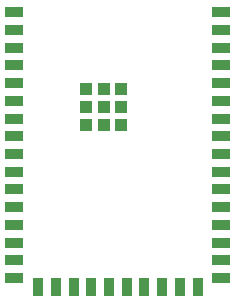
<source format=gbr>
%TF.GenerationSoftware,KiCad,Pcbnew,(6.0.9)*%
%TF.CreationDate,2023-01-13T00:07:19-05:00*%
%TF.ProjectId,esp32-s2,65737033-322d-4733-922e-6b696361645f,rev?*%
%TF.SameCoordinates,Original*%
%TF.FileFunction,Copper,L1,Top*%
%TF.FilePolarity,Positive*%
%FSLAX46Y46*%
G04 Gerber Fmt 4.6, Leading zero omitted, Abs format (unit mm)*
G04 Created by KiCad (PCBNEW (6.0.9)) date 2023-01-13 00:07:19*
%MOMM*%
%LPD*%
G01*
G04 APERTURE LIST*
%TA.AperFunction,SMDPad,CuDef*%
%ADD10R,1.500000X0.900000*%
%TD*%
%TA.AperFunction,SMDPad,CuDef*%
%ADD11R,0.900000X1.500000*%
%TD*%
%TA.AperFunction,SMDPad,CuDef*%
%ADD12R,1.100000X1.100000*%
%TD*%
G04 APERTURE END LIST*
D10*
%TO.P,U1,1,GND*%
%TO.N,Net-(U1-Pad1)*%
X139850000Y-92450000D03*
%TO.P,U1,2,3V3*%
%TO.N,unconnected-(U1-Pad2)*%
X139850000Y-93950000D03*
%TO.P,U1,3,GPIO0/BOOT*%
%TO.N,unconnected-(U1-Pad3)*%
X139850000Y-95450000D03*
%TO.P,U1,4,GPIO1/ADC1_CH0*%
%TO.N,unconnected-(U1-Pad4)*%
X139850000Y-96950000D03*
%TO.P,U1,5,GPIO2/ADC1_CH1*%
%TO.N,unconnected-(U1-Pad5)*%
X139850000Y-98450000D03*
%TO.P,U1,6,GPIO3/ADC1_CH2*%
%TO.N,unconnected-(U1-Pad6)*%
X139850000Y-99950000D03*
%TO.P,U1,7,GPIO4/ADC1_CH3*%
%TO.N,unconnected-(U1-Pad7)*%
X139850000Y-101450000D03*
%TO.P,U1,8,GPIO5/ADC1_CH4*%
%TO.N,unconnected-(U1-Pad8)*%
X139850000Y-102950000D03*
%TO.P,U1,9,GPIO6/ADC1_CH5*%
%TO.N,unconnected-(U1-Pad9)*%
X139850000Y-104450000D03*
%TO.P,U1,10,GPIO7/ADC1_CH6*%
%TO.N,unconnected-(U1-Pad10)*%
X139850000Y-105950000D03*
%TO.P,U1,11,GPIO8/ADC1_CH7*%
%TO.N,unconnected-(U1-Pad11)*%
X139850000Y-107450000D03*
%TO.P,U1,12,GPIO9/ADC1_CH8*%
%TO.N,unconnected-(U1-Pad12)*%
X139850000Y-108950000D03*
%TO.P,U1,13,GPIO10/ADC1_CH9*%
%TO.N,unconnected-(U1-Pad13)*%
X139850000Y-110450000D03*
%TO.P,U1,14,GPIO11/ADC2_CH0*%
%TO.N,unconnected-(U1-Pad14)*%
X139850000Y-111950000D03*
%TO.P,U1,15,GPIO12/ADC2_CH1*%
%TO.N,unconnected-(U1-Pad15)*%
X139850000Y-113450000D03*
%TO.P,U1,16,GPIO13/ADC2_CH2*%
%TO.N,unconnected-(U1-Pad16)*%
X139850000Y-114950000D03*
D11*
%TO.P,U1,17,GPIO14/ADC2_CH3*%
%TO.N,unconnected-(U1-Pad17)*%
X141850000Y-115700000D03*
%TO.P,U1,18,GPIO15/ADC2_CH4/XTAL_32K_P*%
%TO.N,unconnected-(U1-Pad18)*%
X143350000Y-115700000D03*
%TO.P,U1,19,GPIO16/ADC2_CH5/XTAL_32K_N*%
%TO.N,unconnected-(U1-Pad19)*%
X144850000Y-115700000D03*
%TO.P,U1,20,ADC2_CH7/DAC_2/GPIO17*%
%TO.N,unconnected-(U1-Pad20)*%
X146350000Y-115700000D03*
%TO.P,U1,21,ADC2_CH6/DAC_1/GPIO18*%
%TO.N,unconnected-(U1-Pad21)*%
X147850000Y-115700000D03*
%TO.P,U1,22,USB_D-/ADC2_CH8/GPIO19*%
%TO.N,unconnected-(U1-Pad22)*%
X149350000Y-115700000D03*
%TO.P,U1,23,USB_D+/ADC2_CH9/GPIO20*%
%TO.N,unconnected-(U1-Pad23)*%
X150850000Y-115700000D03*
%TO.P,U1,24,GPIO21*%
%TO.N,unconnected-(U1-Pad24)*%
X152350000Y-115700000D03*
%TO.P,U1,25,SPI_CS1/GPIO26*%
%TO.N,unconnected-(U1-Pad25)*%
X153850000Y-115700000D03*
%TO.P,U1,26,GND*%
%TO.N,Net-(U1-Pad1)*%
X155350000Y-115700000D03*
D10*
%TO.P,U1,27,GPIO33*%
%TO.N,unconnected-(U1-Pad27)*%
X157350000Y-114950000D03*
%TO.P,U1,28,GPIO34*%
%TO.N,unconnected-(U1-Pad28)*%
X157350000Y-113450000D03*
%TO.P,U1,29,GPIO35*%
%TO.N,unconnected-(U1-Pad29)*%
X157350000Y-111950000D03*
%TO.P,U1,30,GPIO36*%
%TO.N,unconnected-(U1-Pad30)*%
X157350000Y-110450000D03*
%TO.P,U1,31,GPIO37*%
%TO.N,unconnected-(U1-Pad31)*%
X157350000Y-108950000D03*
%TO.P,U1,32,GPIO38*%
%TO.N,unconnected-(U1-Pad32)*%
X157350000Y-107450000D03*
%TO.P,U1,33,MTCK/JTAG/GPIO39*%
%TO.N,unconnected-(U1-Pad33)*%
X157350000Y-105950000D03*
%TO.P,U1,34,MTDO/JTAG/GPIO40*%
%TO.N,unconnected-(U1-Pad34)*%
X157350000Y-104450000D03*
%TO.P,U1,35,MTDI/JTAG/GPIO41*%
%TO.N,unconnected-(U1-Pad35)*%
X157350000Y-102950000D03*
%TO.P,U1,36,MTMS/JTAG/GPIO42*%
%TO.N,unconnected-(U1-Pad36)*%
X157350000Y-101450000D03*
%TO.P,U1,37,GPIO43/U0TXD/PROG*%
%TO.N,unconnected-(U1-Pad37)*%
X157350000Y-99950000D03*
%TO.P,U1,38,GPIO44/U0RXD/PROG*%
%TO.N,unconnected-(U1-Pad38)*%
X157350000Y-98450000D03*
%TO.P,U1,39,GPIO45*%
%TO.N,unconnected-(U1-Pad39)*%
X157350000Y-96950000D03*
%TO.P,U1,40,GPIO46*%
%TO.N,unconnected-(U1-Pad40)*%
X157350000Y-95450000D03*
%TO.P,U1,41,CHIP/PU/RESET*%
%TO.N,unconnected-(U1-Pad41)*%
X157350000Y-93950000D03*
%TO.P,U1,42,GND*%
%TO.N,Net-(U1-Pad1)*%
X157350000Y-92450000D03*
D12*
%TO.P,U1,43,GND*%
X145910000Y-102000000D03*
X147410000Y-98950000D03*
X148910000Y-102000000D03*
X148910000Y-98950000D03*
X147410000Y-102000000D03*
X148910000Y-100500000D03*
X147410000Y-100500000D03*
X145910000Y-100500000D03*
X145910000Y-98950000D03*
%TD*%
M02*

</source>
